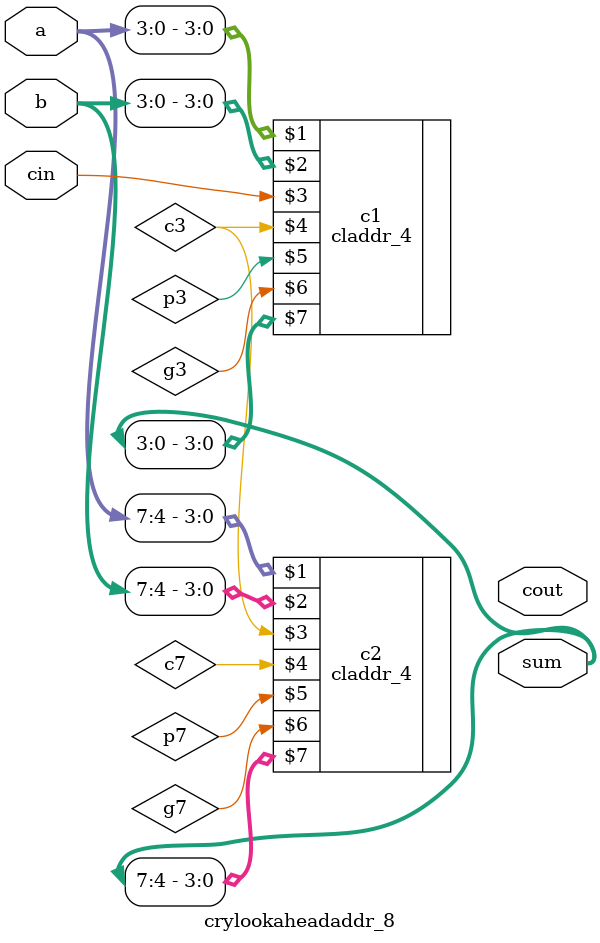
<source format=v>
`timescale 1ns / 1ps

module crylookaheadaddr_8(a,b,cin,cout,sum);
input [7:0]a,b;
input cin;
output cout;
output [7:0]sum;
wire p3,p7;
wire g3,g7;
wire c3,c7;
claddr_4 c1(a[3:0],b[3:0], cin,c3,p3,g3, sum[3:0]);
claddr_4 c2(a[7:4],b[7:4],c3,c7,p7,g7 , sum[7:4]);


endmodule

</source>
